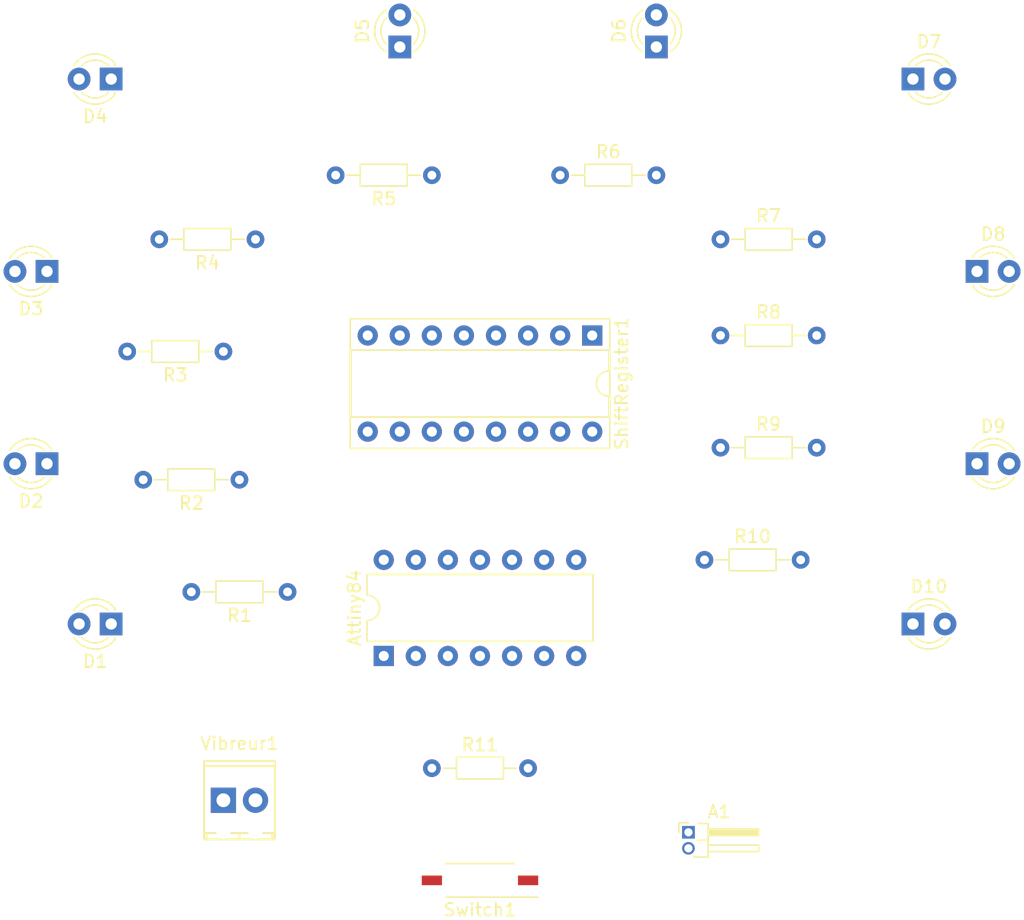
<source format=kicad_pcb>
(kicad_pcb (version 4) (host pcbnew 4.0.7)

  (general
    (links 45)
    (no_connects 45)
    (area 83.704999 44.325 195.695001 135.015)
    (thickness 1.6)
    (drawings 0)
    (tracks 0)
    (zones 0)
    (modules 26)
    (nets 34)
  )

  (page A4)
  (layers
    (0 F.Cu signal)
    (31 B.Cu signal)
    (32 B.Adhes user)
    (33 F.Adhes user)
    (34 B.Paste user)
    (35 F.Paste user)
    (36 B.SilkS user)
    (37 F.SilkS user)
    (38 B.Mask user)
    (39 F.Mask user)
    (40 Dwgs.User user)
    (41 Cmts.User user)
    (42 Eco1.User user)
    (43 Eco2.User user)
    (44 Edge.Cuts user)
    (45 Margin user)
    (46 B.CrtYd user)
    (47 F.CrtYd user)
    (48 B.Fab user)
    (49 F.Fab user)
  )

  (setup
    (last_trace_width 0.25)
    (trace_clearance 0.2)
    (zone_clearance 0.508)
    (zone_45_only no)
    (trace_min 0.2)
    (segment_width 0.2)
    (edge_width 0.15)
    (via_size 0.6)
    (via_drill 0.4)
    (via_min_size 0.4)
    (via_min_drill 0.3)
    (uvia_size 0.3)
    (uvia_drill 0.1)
    (uvias_allowed no)
    (uvia_min_size 0.2)
    (uvia_min_drill 0.1)
    (pcb_text_width 0.3)
    (pcb_text_size 1.5 1.5)
    (mod_edge_width 0.15)
    (mod_text_size 1 1)
    (mod_text_width 0.15)
    (pad_size 1.524 1.524)
    (pad_drill 0.762)
    (pad_to_mask_clearance 0.2)
    (aux_axis_origin 114.3 134.62)
    (visible_elements FFFFF77F)
    (pcbplotparams
      (layerselection 0x00030_80000001)
      (usegerberextensions false)
      (excludeedgelayer true)
      (linewidth 0.100000)
      (plotframeref false)
      (viasonmask false)
      (mode 1)
      (useauxorigin false)
      (hpglpennumber 1)
      (hpglpenspeed 20)
      (hpglpendiameter 15)
      (hpglpenoverlay 2)
      (psnegative false)
      (psa4output false)
      (plotreference true)
      (plotvalue true)
      (plotinvisibletext false)
      (padsonsilk false)
      (subtractmaskfromsilk false)
      (outputformat 1)
      (mirror false)
      (drillshape 1)
      (scaleselection 1)
      (outputdirectory ""))
  )

  (net 0 "")
  (net 1 GND)
  (net 2 VCC)
  (net 3 "Net-(Attiny84-Pad8)")
  (net 4 "Net-(Attiny84-Pad2)")
  (net 5 "Net-(Attiny84-Pad9)")
  (net 6 "Net-(Attiny84-Pad3)")
  (net 7 "Net-(Attiny84-Pad10)")
  (net 8 "Net-(Attiny84-Pad4)")
  (net 9 /switch)
  (net 10 "Net-(Attiny84-Pad5)")
  (net 11 "Net-(Attiny84-Pad12)")
  (net 12 "Net-(Attiny84-Pad6)")
  (net 13 "Net-(Attiny84-Pad13)")
  (net 14 "Net-(Attiny84-Pad7)")
  (net 15 "Net-(D1-Pad1)")
  (net 16 "Net-(D2-Pad1)")
  (net 17 "Net-(D3-Pad1)")
  (net 18 "Net-(D4-Pad1)")
  (net 19 "Net-(D5-Pad1)")
  (net 20 "Net-(D6-Pad1)")
  (net 21 "Net-(D7-Pad1)")
  (net 22 "Net-(D8-Pad1)")
  (net 23 "Net-(D9-Pad1)")
  (net 24 "Net-(D10-Pad1)")
  (net 25 "Net-(R1-Pad1)")
  (net 26 "Net-(R2-Pad1)")
  (net 27 "Net-(R3-Pad1)")
  (net 28 "Net-(R4-Pad1)")
  (net 29 "Net-(R5-Pad1)")
  (net 30 "Net-(R6-Pad1)")
  (net 31 "Net-(R7-Pad1)")
  (net 32 "Net-(R8-Pad1)")
  (net 33 "Net-(ShiftRegister1-Pad9)")

  (net_class Default "Ceci est la Netclass par défaut"
    (clearance 0.2)
    (trace_width 0.25)
    (via_dia 0.6)
    (via_drill 0.4)
    (uvia_dia 0.3)
    (uvia_drill 0.1)
    (add_net /switch)
    (add_net GND)
    (add_net "Net-(Attiny84-Pad10)")
    (add_net "Net-(Attiny84-Pad12)")
    (add_net "Net-(Attiny84-Pad13)")
    (add_net "Net-(Attiny84-Pad2)")
    (add_net "Net-(Attiny84-Pad3)")
    (add_net "Net-(Attiny84-Pad4)")
    (add_net "Net-(Attiny84-Pad5)")
    (add_net "Net-(Attiny84-Pad6)")
    (add_net "Net-(Attiny84-Pad7)")
    (add_net "Net-(Attiny84-Pad8)")
    (add_net "Net-(Attiny84-Pad9)")
    (add_net "Net-(D1-Pad1)")
    (add_net "Net-(D10-Pad1)")
    (add_net "Net-(D2-Pad1)")
    (add_net "Net-(D3-Pad1)")
    (add_net "Net-(D4-Pad1)")
    (add_net "Net-(D5-Pad1)")
    (add_net "Net-(D6-Pad1)")
    (add_net "Net-(D7-Pad1)")
    (add_net "Net-(D8-Pad1)")
    (add_net "Net-(D9-Pad1)")
    (add_net "Net-(R1-Pad1)")
    (add_net "Net-(R2-Pad1)")
    (add_net "Net-(R3-Pad1)")
    (add_net "Net-(R4-Pad1)")
    (add_net "Net-(R5-Pad1)")
    (add_net "Net-(R6-Pad1)")
    (add_net "Net-(R7-Pad1)")
    (add_net "Net-(R8-Pad1)")
    (add_net "Net-(ShiftRegister1-Pad9)")
    (add_net VCC)
  )

  (module Pin_Headers:Pin_Header_Angled_1x02_Pitch1.27mm (layer F.Cu) (tedit 59650535) (tstamp 5AA993AC)
    (at 156.21 120.65)
    (descr "Through hole angled pin header, 1x02, 1.27mm pitch, 4.0mm pin length, single row")
    (tags "Through hole angled pin header THT 1x02 1.27mm single row")
    (path /5AA9F167)
    (fp_text reference A1 (at 2.4325 -1.635) (layer F.SilkS)
      (effects (font (size 1 1) (thickness 0.15)))
    )
    (fp_text value Alimentation (at 2.4325 2.905) (layer F.Fab)
      (effects (font (size 1 1) (thickness 0.15)))
    )
    (fp_line (start 0.75 -0.635) (end 1.5 -0.635) (layer F.Fab) (width 0.1))
    (fp_line (start 1.5 -0.635) (end 1.5 1.905) (layer F.Fab) (width 0.1))
    (fp_line (start 1.5 1.905) (end 0.5 1.905) (layer F.Fab) (width 0.1))
    (fp_line (start 0.5 1.905) (end 0.5 -0.385) (layer F.Fab) (width 0.1))
    (fp_line (start 0.5 -0.385) (end 0.75 -0.635) (layer F.Fab) (width 0.1))
    (fp_line (start -0.2 -0.2) (end 0.5 -0.2) (layer F.Fab) (width 0.1))
    (fp_line (start -0.2 -0.2) (end -0.2 0.2) (layer F.Fab) (width 0.1))
    (fp_line (start -0.2 0.2) (end 0.5 0.2) (layer F.Fab) (width 0.1))
    (fp_line (start 1.5 -0.2) (end 5.5 -0.2) (layer F.Fab) (width 0.1))
    (fp_line (start 5.5 -0.2) (end 5.5 0.2) (layer F.Fab) (width 0.1))
    (fp_line (start 1.5 0.2) (end 5.5 0.2) (layer F.Fab) (width 0.1))
    (fp_line (start -0.2 1.07) (end 0.5 1.07) (layer F.Fab) (width 0.1))
    (fp_line (start -0.2 1.07) (end -0.2 1.47) (layer F.Fab) (width 0.1))
    (fp_line (start -0.2 1.47) (end 0.5 1.47) (layer F.Fab) (width 0.1))
    (fp_line (start 1.5 1.07) (end 5.5 1.07) (layer F.Fab) (width 0.1))
    (fp_line (start 5.5 1.07) (end 5.5 1.47) (layer F.Fab) (width 0.1))
    (fp_line (start 1.5 1.47) (end 5.5 1.47) (layer F.Fab) (width 0.1))
    (fp_line (start 0.76 -0.695) (end 1.56 -0.695) (layer F.SilkS) (width 0.12))
    (fp_line (start 1.56 -0.695) (end 1.56 1.965) (layer F.SilkS) (width 0.12))
    (fp_line (start 1.56 1.965) (end 0.44 1.965) (layer F.SilkS) (width 0.12))
    (fp_line (start 0.44 1.965) (end 0.44 1.889677) (layer F.SilkS) (width 0.12))
    (fp_line (start 1.56 -0.26) (end 5.56 -0.26) (layer F.SilkS) (width 0.12))
    (fp_line (start 5.56 -0.26) (end 5.56 0.26) (layer F.SilkS) (width 0.12))
    (fp_line (start 5.56 0.26) (end 1.56 0.26) (layer F.SilkS) (width 0.12))
    (fp_line (start 1.56 -0.2) (end 5.56 -0.2) (layer F.SilkS) (width 0.12))
    (fp_line (start 1.56 -0.08) (end 5.56 -0.08) (layer F.SilkS) (width 0.12))
    (fp_line (start 1.56 0.04) (end 5.56 0.04) (layer F.SilkS) (width 0.12))
    (fp_line (start 1.56 0.16) (end 5.56 0.16) (layer F.SilkS) (width 0.12))
    (fp_line (start 0.76 0.635) (end 1.56 0.635) (layer F.SilkS) (width 0.12))
    (fp_line (start 1.56 1.01) (end 5.56 1.01) (layer F.SilkS) (width 0.12))
    (fp_line (start 5.56 1.01) (end 5.56 1.53) (layer F.SilkS) (width 0.12))
    (fp_line (start 5.56 1.53) (end 1.56 1.53) (layer F.SilkS) (width 0.12))
    (fp_line (start -0.76 0) (end -0.76 -0.76) (layer F.SilkS) (width 0.12))
    (fp_line (start -0.76 -0.76) (end 0 -0.76) (layer F.SilkS) (width 0.12))
    (fp_line (start -1.15 -1.15) (end -1.15 2.45) (layer F.CrtYd) (width 0.05))
    (fp_line (start -1.15 2.45) (end 6 2.45) (layer F.CrtYd) (width 0.05))
    (fp_line (start 6 2.45) (end 6 -1.15) (layer F.CrtYd) (width 0.05))
    (fp_line (start 6 -1.15) (end -1.15 -1.15) (layer F.CrtYd) (width 0.05))
    (fp_text user %R (at 1 0.635 90) (layer F.Fab)
      (effects (font (size 0.6 0.6) (thickness 0.09)))
    )
    (pad 1 thru_hole rect (at 0 0) (size 1 1) (drill 0.65) (layers *.Cu *.Mask)
      (net 1 GND))
    (pad 2 thru_hole oval (at 0 1.27) (size 1 1) (drill 0.65) (layers *.Cu *.Mask)
      (net 2 VCC))
    (model ${KISYS3DMOD}/Pin_Headers.3dshapes/Pin_Header_Angled_1x02_Pitch1.27mm.wrl
      (at (xyz 0 0 0))
      (scale (xyz 1 1 1))
      (rotate (xyz 0 0 0))
    )
  )

  (module Housings_DIP:DIP-14_W7.62mm (layer F.Cu) (tedit 59C78D6B) (tstamp 5AA993BE)
    (at 132.08 106.68 90)
    (descr "14-lead though-hole mounted DIP package, row spacing 7.62 mm (300 mils)")
    (tags "THT DIP DIL PDIP 2.54mm 7.62mm 300mil")
    (path /5A9CAF96)
    (fp_text reference Attiny84 (at 3.81 -2.33 90) (layer F.SilkS)
      (effects (font (size 1 1) (thickness 0.15)))
    )
    (fp_text value ATTINY84A-PU (at 3.81 17.57 90) (layer F.Fab)
      (effects (font (size 1 1) (thickness 0.15)))
    )
    (fp_arc (start 3.81 -1.33) (end 2.81 -1.33) (angle -180) (layer F.SilkS) (width 0.12))
    (fp_line (start 1.635 -1.27) (end 6.985 -1.27) (layer F.Fab) (width 0.1))
    (fp_line (start 6.985 -1.27) (end 6.985 16.51) (layer F.Fab) (width 0.1))
    (fp_line (start 6.985 16.51) (end 0.635 16.51) (layer F.Fab) (width 0.1))
    (fp_line (start 0.635 16.51) (end 0.635 -0.27) (layer F.Fab) (width 0.1))
    (fp_line (start 0.635 -0.27) (end 1.635 -1.27) (layer F.Fab) (width 0.1))
    (fp_line (start 2.81 -1.33) (end 1.16 -1.33) (layer F.SilkS) (width 0.12))
    (fp_line (start 1.16 -1.33) (end 1.16 16.57) (layer F.SilkS) (width 0.12))
    (fp_line (start 1.16 16.57) (end 6.46 16.57) (layer F.SilkS) (width 0.12))
    (fp_line (start 6.46 16.57) (end 6.46 -1.33) (layer F.SilkS) (width 0.12))
    (fp_line (start 6.46 -1.33) (end 4.81 -1.33) (layer F.SilkS) (width 0.12))
    (fp_line (start -1.1 -1.55) (end -1.1 16.8) (layer F.CrtYd) (width 0.05))
    (fp_line (start -1.1 16.8) (end 8.7 16.8) (layer F.CrtYd) (width 0.05))
    (fp_line (start 8.7 16.8) (end 8.7 -1.55) (layer F.CrtYd) (width 0.05))
    (fp_line (start 8.7 -1.55) (end -1.1 -1.55) (layer F.CrtYd) (width 0.05))
    (fp_text user %R (at 3.81 7.62 90) (layer F.Fab)
      (effects (font (size 1 1) (thickness 0.15)))
    )
    (pad 1 thru_hole rect (at 0 0 90) (size 1.6 1.6) (drill 0.8) (layers *.Cu *.Mask)
      (net 2 VCC))
    (pad 8 thru_hole oval (at 7.62 15.24 90) (size 1.6 1.6) (drill 0.8) (layers *.Cu *.Mask)
      (net 3 "Net-(Attiny84-Pad8)"))
    (pad 2 thru_hole oval (at 0 2.54 90) (size 1.6 1.6) (drill 0.8) (layers *.Cu *.Mask)
      (net 4 "Net-(Attiny84-Pad2)"))
    (pad 9 thru_hole oval (at 7.62 12.7 90) (size 1.6 1.6) (drill 0.8) (layers *.Cu *.Mask)
      (net 5 "Net-(Attiny84-Pad9)"))
    (pad 3 thru_hole oval (at 0 5.08 90) (size 1.6 1.6) (drill 0.8) (layers *.Cu *.Mask)
      (net 6 "Net-(Attiny84-Pad3)"))
    (pad 10 thru_hole oval (at 7.62 10.16 90) (size 1.6 1.6) (drill 0.8) (layers *.Cu *.Mask)
      (net 7 "Net-(Attiny84-Pad10)"))
    (pad 4 thru_hole oval (at 0 7.62 90) (size 1.6 1.6) (drill 0.8) (layers *.Cu *.Mask)
      (net 8 "Net-(Attiny84-Pad4)"))
    (pad 11 thru_hole oval (at 7.62 7.62 90) (size 1.6 1.6) (drill 0.8) (layers *.Cu *.Mask)
      (net 9 /switch))
    (pad 5 thru_hole oval (at 0 10.16 90) (size 1.6 1.6) (drill 0.8) (layers *.Cu *.Mask)
      (net 10 "Net-(Attiny84-Pad5)"))
    (pad 12 thru_hole oval (at 7.62 5.08 90) (size 1.6 1.6) (drill 0.8) (layers *.Cu *.Mask)
      (net 11 "Net-(Attiny84-Pad12)"))
    (pad 6 thru_hole oval (at 0 12.7 90) (size 1.6 1.6) (drill 0.8) (layers *.Cu *.Mask)
      (net 12 "Net-(Attiny84-Pad6)"))
    (pad 13 thru_hole oval (at 7.62 2.54 90) (size 1.6 1.6) (drill 0.8) (layers *.Cu *.Mask)
      (net 13 "Net-(Attiny84-Pad13)"))
    (pad 7 thru_hole oval (at 0 15.24 90) (size 1.6 1.6) (drill 0.8) (layers *.Cu *.Mask)
      (net 14 "Net-(Attiny84-Pad7)"))
    (pad 14 thru_hole oval (at 7.62 0 90) (size 1.6 1.6) (drill 0.8) (layers *.Cu *.Mask)
      (net 1 GND))
    (model ${KISYS3DMOD}/Housings_DIP.3dshapes/DIP-14_W7.62mm.wrl
      (at (xyz 0 0 0))
      (scale (xyz 1 1 1))
      (rotate (xyz 0 0 0))
    )
  )

  (module LEDs:LED_D3.0mm (layer F.Cu) (tedit 587A3A7B) (tstamp 5AA993C4)
    (at 110.49 104.14 180)
    (descr "LED, diameter 3.0mm, 2 pins")
    (tags "LED diameter 3.0mm 2 pins")
    (path /5A9CBF3D)
    (fp_text reference D1 (at 1.27 -2.96 180) (layer F.SilkS)
      (effects (font (size 1 1) (thickness 0.15)))
    )
    (fp_text value LED (at 1.27 2.96 180) (layer F.Fab)
      (effects (font (size 1 1) (thickness 0.15)))
    )
    (fp_arc (start 1.27 0) (end -0.23 -1.16619) (angle 284.3) (layer F.Fab) (width 0.1))
    (fp_arc (start 1.27 0) (end -0.29 -1.235516) (angle 108.8) (layer F.SilkS) (width 0.12))
    (fp_arc (start 1.27 0) (end -0.29 1.235516) (angle -108.8) (layer F.SilkS) (width 0.12))
    (fp_arc (start 1.27 0) (end 0.229039 -1.08) (angle 87.9) (layer F.SilkS) (width 0.12))
    (fp_arc (start 1.27 0) (end 0.229039 1.08) (angle -87.9) (layer F.SilkS) (width 0.12))
    (fp_circle (center 1.27 0) (end 2.77 0) (layer F.Fab) (width 0.1))
    (fp_line (start -0.23 -1.16619) (end -0.23 1.16619) (layer F.Fab) (width 0.1))
    (fp_line (start -0.29 -1.236) (end -0.29 -1.08) (layer F.SilkS) (width 0.12))
    (fp_line (start -0.29 1.08) (end -0.29 1.236) (layer F.SilkS) (width 0.12))
    (fp_line (start -1.15 -2.25) (end -1.15 2.25) (layer F.CrtYd) (width 0.05))
    (fp_line (start -1.15 2.25) (end 3.7 2.25) (layer F.CrtYd) (width 0.05))
    (fp_line (start 3.7 2.25) (end 3.7 -2.25) (layer F.CrtYd) (width 0.05))
    (fp_line (start 3.7 -2.25) (end -1.15 -2.25) (layer F.CrtYd) (width 0.05))
    (pad 1 thru_hole rect (at 0 0 180) (size 1.8 1.8) (drill 0.9) (layers *.Cu *.Mask)
      (net 15 "Net-(D1-Pad1)"))
    (pad 2 thru_hole circle (at 2.54 0 180) (size 1.8 1.8) (drill 0.9) (layers *.Cu *.Mask)
      (net 1 GND))
    (model ${KISYS3DMOD}/LEDs.3dshapes/LED_D3.0mm.wrl
      (at (xyz 0 0 0))
      (scale (xyz 0.393701 0.393701 0.393701))
      (rotate (xyz 0 0 0))
    )
  )

  (module LEDs:LED_D3.0mm (layer F.Cu) (tedit 587A3A7B) (tstamp 5AA993CA)
    (at 105.41 91.44 180)
    (descr "LED, diameter 3.0mm, 2 pins")
    (tags "LED diameter 3.0mm 2 pins")
    (path /5A9CC3E9)
    (fp_text reference D2 (at 1.27 -2.96 180) (layer F.SilkS)
      (effects (font (size 1 1) (thickness 0.15)))
    )
    (fp_text value LED (at 1.27 2.96 180) (layer F.Fab)
      (effects (font (size 1 1) (thickness 0.15)))
    )
    (fp_arc (start 1.27 0) (end -0.23 -1.16619) (angle 284.3) (layer F.Fab) (width 0.1))
    (fp_arc (start 1.27 0) (end -0.29 -1.235516) (angle 108.8) (layer F.SilkS) (width 0.12))
    (fp_arc (start 1.27 0) (end -0.29 1.235516) (angle -108.8) (layer F.SilkS) (width 0.12))
    (fp_arc (start 1.27 0) (end 0.229039 -1.08) (angle 87.9) (layer F.SilkS) (width 0.12))
    (fp_arc (start 1.27 0) (end 0.229039 1.08) (angle -87.9) (layer F.SilkS) (width 0.12))
    (fp_circle (center 1.27 0) (end 2.77 0) (layer F.Fab) (width 0.1))
    (fp_line (start -0.23 -1.16619) (end -0.23 1.16619) (layer F.Fab) (width 0.1))
    (fp_line (start -0.29 -1.236) (end -0.29 -1.08) (layer F.SilkS) (width 0.12))
    (fp_line (start -0.29 1.08) (end -0.29 1.236) (layer F.SilkS) (width 0.12))
    (fp_line (start -1.15 -2.25) (end -1.15 2.25) (layer F.CrtYd) (width 0.05))
    (fp_line (start -1.15 2.25) (end 3.7 2.25) (layer F.CrtYd) (width 0.05))
    (fp_line (start 3.7 2.25) (end 3.7 -2.25) (layer F.CrtYd) (width 0.05))
    (fp_line (start 3.7 -2.25) (end -1.15 -2.25) (layer F.CrtYd) (width 0.05))
    (pad 1 thru_hole rect (at 0 0 180) (size 1.8 1.8) (drill 0.9) (layers *.Cu *.Mask)
      (net 16 "Net-(D2-Pad1)"))
    (pad 2 thru_hole circle (at 2.54 0 180) (size 1.8 1.8) (drill 0.9) (layers *.Cu *.Mask)
      (net 1 GND))
    (model ${KISYS3DMOD}/LEDs.3dshapes/LED_D3.0mm.wrl
      (at (xyz 0 0 0))
      (scale (xyz 0.393701 0.393701 0.393701))
      (rotate (xyz 0 0 0))
    )
  )

  (module LEDs:LED_D3.0mm (layer F.Cu) (tedit 587A3A7B) (tstamp 5AA993D0)
    (at 105.41 76.2 180)
    (descr "LED, diameter 3.0mm, 2 pins")
    (tags "LED diameter 3.0mm 2 pins")
    (path /5A9CBEB1)
    (fp_text reference D3 (at 1.27 -2.96 180) (layer F.SilkS)
      (effects (font (size 1 1) (thickness 0.15)))
    )
    (fp_text value LED (at 1.27 2.96 180) (layer F.Fab)
      (effects (font (size 1 1) (thickness 0.15)))
    )
    (fp_arc (start 1.27 0) (end -0.23 -1.16619) (angle 284.3) (layer F.Fab) (width 0.1))
    (fp_arc (start 1.27 0) (end -0.29 -1.235516) (angle 108.8) (layer F.SilkS) (width 0.12))
    (fp_arc (start 1.27 0) (end -0.29 1.235516) (angle -108.8) (layer F.SilkS) (width 0.12))
    (fp_arc (start 1.27 0) (end 0.229039 -1.08) (angle 87.9) (layer F.SilkS) (width 0.12))
    (fp_arc (start 1.27 0) (end 0.229039 1.08) (angle -87.9) (layer F.SilkS) (width 0.12))
    (fp_circle (center 1.27 0) (end 2.77 0) (layer F.Fab) (width 0.1))
    (fp_line (start -0.23 -1.16619) (end -0.23 1.16619) (layer F.Fab) (width 0.1))
    (fp_line (start -0.29 -1.236) (end -0.29 -1.08) (layer F.SilkS) (width 0.12))
    (fp_line (start -0.29 1.08) (end -0.29 1.236) (layer F.SilkS) (width 0.12))
    (fp_line (start -1.15 -2.25) (end -1.15 2.25) (layer F.CrtYd) (width 0.05))
    (fp_line (start -1.15 2.25) (end 3.7 2.25) (layer F.CrtYd) (width 0.05))
    (fp_line (start 3.7 2.25) (end 3.7 -2.25) (layer F.CrtYd) (width 0.05))
    (fp_line (start 3.7 -2.25) (end -1.15 -2.25) (layer F.CrtYd) (width 0.05))
    (pad 1 thru_hole rect (at 0 0 180) (size 1.8 1.8) (drill 0.9) (layers *.Cu *.Mask)
      (net 17 "Net-(D3-Pad1)"))
    (pad 2 thru_hole circle (at 2.54 0 180) (size 1.8 1.8) (drill 0.9) (layers *.Cu *.Mask)
      (net 1 GND))
    (model ${KISYS3DMOD}/LEDs.3dshapes/LED_D3.0mm.wrl
      (at (xyz 0 0 0))
      (scale (xyz 0.393701 0.393701 0.393701))
      (rotate (xyz 0 0 0))
    )
  )

  (module LEDs:LED_D3.0mm (layer F.Cu) (tedit 587A3A7B) (tstamp 5AA993D6)
    (at 110.49 60.96 180)
    (descr "LED, diameter 3.0mm, 2 pins")
    (tags "LED diameter 3.0mm 2 pins")
    (path /5A9CBE6A)
    (fp_text reference D4 (at 1.27 -2.96 180) (layer F.SilkS)
      (effects (font (size 1 1) (thickness 0.15)))
    )
    (fp_text value LED (at 1.27 2.96 180) (layer F.Fab)
      (effects (font (size 1 1) (thickness 0.15)))
    )
    (fp_arc (start 1.27 0) (end -0.23 -1.16619) (angle 284.3) (layer F.Fab) (width 0.1))
    (fp_arc (start 1.27 0) (end -0.29 -1.235516) (angle 108.8) (layer F.SilkS) (width 0.12))
    (fp_arc (start 1.27 0) (end -0.29 1.235516) (angle -108.8) (layer F.SilkS) (width 0.12))
    (fp_arc (start 1.27 0) (end 0.229039 -1.08) (angle 87.9) (layer F.SilkS) (width 0.12))
    (fp_arc (start 1.27 0) (end 0.229039 1.08) (angle -87.9) (layer F.SilkS) (width 0.12))
    (fp_circle (center 1.27 0) (end 2.77 0) (layer F.Fab) (width 0.1))
    (fp_line (start -0.23 -1.16619) (end -0.23 1.16619) (layer F.Fab) (width 0.1))
    (fp_line (start -0.29 -1.236) (end -0.29 -1.08) (layer F.SilkS) (width 0.12))
    (fp_line (start -0.29 1.08) (end -0.29 1.236) (layer F.SilkS) (width 0.12))
    (fp_line (start -1.15 -2.25) (end -1.15 2.25) (layer F.CrtYd) (width 0.05))
    (fp_line (start -1.15 2.25) (end 3.7 2.25) (layer F.CrtYd) (width 0.05))
    (fp_line (start 3.7 2.25) (end 3.7 -2.25) (layer F.CrtYd) (width 0.05))
    (fp_line (start 3.7 -2.25) (end -1.15 -2.25) (layer F.CrtYd) (width 0.05))
    (pad 1 thru_hole rect (at 0 0 180) (size 1.8 1.8) (drill 0.9) (layers *.Cu *.Mask)
      (net 18 "Net-(D4-Pad1)"))
    (pad 2 thru_hole circle (at 2.54 0 180) (size 1.8 1.8) (drill 0.9) (layers *.Cu *.Mask)
      (net 1 GND))
    (model ${KISYS3DMOD}/LEDs.3dshapes/LED_D3.0mm.wrl
      (at (xyz 0 0 0))
      (scale (xyz 0.393701 0.393701 0.393701))
      (rotate (xyz 0 0 0))
    )
  )

  (module LEDs:LED_D3.0mm (layer F.Cu) (tedit 587A3A7B) (tstamp 5AA993DC)
    (at 133.35 58.42 90)
    (descr "LED, diameter 3.0mm, 2 pins")
    (tags "LED diameter 3.0mm 2 pins")
    (path /5A9CC3DD)
    (fp_text reference D5 (at 1.27 -2.96 90) (layer F.SilkS)
      (effects (font (size 1 1) (thickness 0.15)))
    )
    (fp_text value LED (at 1.27 2.96 90) (layer F.Fab)
      (effects (font (size 1 1) (thickness 0.15)))
    )
    (fp_arc (start 1.27 0) (end -0.23 -1.16619) (angle 284.3) (layer F.Fab) (width 0.1))
    (fp_arc (start 1.27 0) (end -0.29 -1.235516) (angle 108.8) (layer F.SilkS) (width 0.12))
    (fp_arc (start 1.27 0) (end -0.29 1.235516) (angle -108.8) (layer F.SilkS) (width 0.12))
    (fp_arc (start 1.27 0) (end 0.229039 -1.08) (angle 87.9) (layer F.SilkS) (width 0.12))
    (fp_arc (start 1.27 0) (end 0.229039 1.08) (angle -87.9) (layer F.SilkS) (width 0.12))
    (fp_circle (center 1.27 0) (end 2.77 0) (layer F.Fab) (width 0.1))
    (fp_line (start -0.23 -1.16619) (end -0.23 1.16619) (layer F.Fab) (width 0.1))
    (fp_line (start -0.29 -1.236) (end -0.29 -1.08) (layer F.SilkS) (width 0.12))
    (fp_line (start -0.29 1.08) (end -0.29 1.236) (layer F.SilkS) (width 0.12))
    (fp_line (start -1.15 -2.25) (end -1.15 2.25) (layer F.CrtYd) (width 0.05))
    (fp_line (start -1.15 2.25) (end 3.7 2.25) (layer F.CrtYd) (width 0.05))
    (fp_line (start 3.7 2.25) (end 3.7 -2.25) (layer F.CrtYd) (width 0.05))
    (fp_line (start 3.7 -2.25) (end -1.15 -2.25) (layer F.CrtYd) (width 0.05))
    (pad 1 thru_hole rect (at 0 0 90) (size 1.8 1.8) (drill 0.9) (layers *.Cu *.Mask)
      (net 19 "Net-(D5-Pad1)"))
    (pad 2 thru_hole circle (at 2.54 0 90) (size 1.8 1.8) (drill 0.9) (layers *.Cu *.Mask)
      (net 1 GND))
    (model ${KISYS3DMOD}/LEDs.3dshapes/LED_D3.0mm.wrl
      (at (xyz 0 0 0))
      (scale (xyz 0.393701 0.393701 0.393701))
      (rotate (xyz 0 0 0))
    )
  )

  (module LEDs:LED_D3.0mm (layer F.Cu) (tedit 587A3A7B) (tstamp 5AA993E2)
    (at 153.67 58.42 90)
    (descr "LED, diameter 3.0mm, 2 pins")
    (tags "LED diameter 3.0mm 2 pins")
    (path /5A9CBADA)
    (fp_text reference D6 (at 1.27 -2.96 90) (layer F.SilkS)
      (effects (font (size 1 1) (thickness 0.15)))
    )
    (fp_text value LED (at 1.27 2.96 90) (layer F.Fab)
      (effects (font (size 1 1) (thickness 0.15)))
    )
    (fp_arc (start 1.27 0) (end -0.23 -1.16619) (angle 284.3) (layer F.Fab) (width 0.1))
    (fp_arc (start 1.27 0) (end -0.29 -1.235516) (angle 108.8) (layer F.SilkS) (width 0.12))
    (fp_arc (start 1.27 0) (end -0.29 1.235516) (angle -108.8) (layer F.SilkS) (width 0.12))
    (fp_arc (start 1.27 0) (end 0.229039 -1.08) (angle 87.9) (layer F.SilkS) (width 0.12))
    (fp_arc (start 1.27 0) (end 0.229039 1.08) (angle -87.9) (layer F.SilkS) (width 0.12))
    (fp_circle (center 1.27 0) (end 2.77 0) (layer F.Fab) (width 0.1))
    (fp_line (start -0.23 -1.16619) (end -0.23 1.16619) (layer F.Fab) (width 0.1))
    (fp_line (start -0.29 -1.236) (end -0.29 -1.08) (layer F.SilkS) (width 0.12))
    (fp_line (start -0.29 1.08) (end -0.29 1.236) (layer F.SilkS) (width 0.12))
    (fp_line (start -1.15 -2.25) (end -1.15 2.25) (layer F.CrtYd) (width 0.05))
    (fp_line (start -1.15 2.25) (end 3.7 2.25) (layer F.CrtYd) (width 0.05))
    (fp_line (start 3.7 2.25) (end 3.7 -2.25) (layer F.CrtYd) (width 0.05))
    (fp_line (start 3.7 -2.25) (end -1.15 -2.25) (layer F.CrtYd) (width 0.05))
    (pad 1 thru_hole rect (at 0 0 90) (size 1.8 1.8) (drill 0.9) (layers *.Cu *.Mask)
      (net 20 "Net-(D6-Pad1)"))
    (pad 2 thru_hole circle (at 2.54 0 90) (size 1.8 1.8) (drill 0.9) (layers *.Cu *.Mask)
      (net 1 GND))
    (model ${KISYS3DMOD}/LEDs.3dshapes/LED_D3.0mm.wrl
      (at (xyz 0 0 0))
      (scale (xyz 0.393701 0.393701 0.393701))
      (rotate (xyz 0 0 0))
    )
  )

  (module LEDs:LED_D3.0mm (layer F.Cu) (tedit 587A3A7B) (tstamp 5AA993E8)
    (at 173.99 60.96)
    (descr "LED, diameter 3.0mm, 2 pins")
    (tags "LED diameter 3.0mm 2 pins")
    (path /5A9CC3D7)
    (fp_text reference D7 (at 1.27 -2.96) (layer F.SilkS)
      (effects (font (size 1 1) (thickness 0.15)))
    )
    (fp_text value LED (at 1.27 2.96) (layer F.Fab)
      (effects (font (size 1 1) (thickness 0.15)))
    )
    (fp_arc (start 1.27 0) (end -0.23 -1.16619) (angle 284.3) (layer F.Fab) (width 0.1))
    (fp_arc (start 1.27 0) (end -0.29 -1.235516) (angle 108.8) (layer F.SilkS) (width 0.12))
    (fp_arc (start 1.27 0) (end -0.29 1.235516) (angle -108.8) (layer F.SilkS) (width 0.12))
    (fp_arc (start 1.27 0) (end 0.229039 -1.08) (angle 87.9) (layer F.SilkS) (width 0.12))
    (fp_arc (start 1.27 0) (end 0.229039 1.08) (angle -87.9) (layer F.SilkS) (width 0.12))
    (fp_circle (center 1.27 0) (end 2.77 0) (layer F.Fab) (width 0.1))
    (fp_line (start -0.23 -1.16619) (end -0.23 1.16619) (layer F.Fab) (width 0.1))
    (fp_line (start -0.29 -1.236) (end -0.29 -1.08) (layer F.SilkS) (width 0.12))
    (fp_line (start -0.29 1.08) (end -0.29 1.236) (layer F.SilkS) (width 0.12))
    (fp_line (start -1.15 -2.25) (end -1.15 2.25) (layer F.CrtYd) (width 0.05))
    (fp_line (start -1.15 2.25) (end 3.7 2.25) (layer F.CrtYd) (width 0.05))
    (fp_line (start 3.7 2.25) (end 3.7 -2.25) (layer F.CrtYd) (width 0.05))
    (fp_line (start 3.7 -2.25) (end -1.15 -2.25) (layer F.CrtYd) (width 0.05))
    (pad 1 thru_hole rect (at 0 0) (size 1.8 1.8) (drill 0.9) (layers *.Cu *.Mask)
      (net 21 "Net-(D7-Pad1)"))
    (pad 2 thru_hole circle (at 2.54 0) (size 1.8 1.8) (drill 0.9) (layers *.Cu *.Mask)
      (net 1 GND))
    (model ${KISYS3DMOD}/LEDs.3dshapes/LED_D3.0mm.wrl
      (at (xyz 0 0 0))
      (scale (xyz 0.393701 0.393701 0.393701))
      (rotate (xyz 0 0 0))
    )
  )

  (module LEDs:LED_D3.0mm (layer F.Cu) (tedit 587A3A7B) (tstamp 5AA993EE)
    (at 179.07 76.2)
    (descr "LED, diameter 3.0mm, 2 pins")
    (tags "LED diameter 3.0mm 2 pins")
    (path /5A9CC3E3)
    (fp_text reference D8 (at 1.27 -2.96) (layer F.SilkS)
      (effects (font (size 1 1) (thickness 0.15)))
    )
    (fp_text value LED (at 1.27 2.96) (layer F.Fab)
      (effects (font (size 1 1) (thickness 0.15)))
    )
    (fp_arc (start 1.27 0) (end -0.23 -1.16619) (angle 284.3) (layer F.Fab) (width 0.1))
    (fp_arc (start 1.27 0) (end -0.29 -1.235516) (angle 108.8) (layer F.SilkS) (width 0.12))
    (fp_arc (start 1.27 0) (end -0.29 1.235516) (angle -108.8) (layer F.SilkS) (width 0.12))
    (fp_arc (start 1.27 0) (end 0.229039 -1.08) (angle 87.9) (layer F.SilkS) (width 0.12))
    (fp_arc (start 1.27 0) (end 0.229039 1.08) (angle -87.9) (layer F.SilkS) (width 0.12))
    (fp_circle (center 1.27 0) (end 2.77 0) (layer F.Fab) (width 0.1))
    (fp_line (start -0.23 -1.16619) (end -0.23 1.16619) (layer F.Fab) (width 0.1))
    (fp_line (start -0.29 -1.236) (end -0.29 -1.08) (layer F.SilkS) (width 0.12))
    (fp_line (start -0.29 1.08) (end -0.29 1.236) (layer F.SilkS) (width 0.12))
    (fp_line (start -1.15 -2.25) (end -1.15 2.25) (layer F.CrtYd) (width 0.05))
    (fp_line (start -1.15 2.25) (end 3.7 2.25) (layer F.CrtYd) (width 0.05))
    (fp_line (start 3.7 2.25) (end 3.7 -2.25) (layer F.CrtYd) (width 0.05))
    (fp_line (start 3.7 -2.25) (end -1.15 -2.25) (layer F.CrtYd) (width 0.05))
    (pad 1 thru_hole rect (at 0 0) (size 1.8 1.8) (drill 0.9) (layers *.Cu *.Mask)
      (net 22 "Net-(D8-Pad1)"))
    (pad 2 thru_hole circle (at 2.54 0) (size 1.8 1.8) (drill 0.9) (layers *.Cu *.Mask)
      (net 1 GND))
    (model ${KISYS3DMOD}/LEDs.3dshapes/LED_D3.0mm.wrl
      (at (xyz 0 0 0))
      (scale (xyz 0.393701 0.393701 0.393701))
      (rotate (xyz 0 0 0))
    )
  )

  (module LEDs:LED_D3.0mm (layer F.Cu) (tedit 587A3A7B) (tstamp 5AA993F4)
    (at 179.07 91.44)
    (descr "LED, diameter 3.0mm, 2 pins")
    (tags "LED diameter 3.0mm 2 pins")
    (path /5A9CC8F6)
    (fp_text reference D9 (at 1.27 -2.96) (layer F.SilkS)
      (effects (font (size 1 1) (thickness 0.15)))
    )
    (fp_text value LED (at 1.27 2.96) (layer F.Fab)
      (effects (font (size 1 1) (thickness 0.15)))
    )
    (fp_arc (start 1.27 0) (end -0.23 -1.16619) (angle 284.3) (layer F.Fab) (width 0.1))
    (fp_arc (start 1.27 0) (end -0.29 -1.235516) (angle 108.8) (layer F.SilkS) (width 0.12))
    (fp_arc (start 1.27 0) (end -0.29 1.235516) (angle -108.8) (layer F.SilkS) (width 0.12))
    (fp_arc (start 1.27 0) (end 0.229039 -1.08) (angle 87.9) (layer F.SilkS) (width 0.12))
    (fp_arc (start 1.27 0) (end 0.229039 1.08) (angle -87.9) (layer F.SilkS) (width 0.12))
    (fp_circle (center 1.27 0) (end 2.77 0) (layer F.Fab) (width 0.1))
    (fp_line (start -0.23 -1.16619) (end -0.23 1.16619) (layer F.Fab) (width 0.1))
    (fp_line (start -0.29 -1.236) (end -0.29 -1.08) (layer F.SilkS) (width 0.12))
    (fp_line (start -0.29 1.08) (end -0.29 1.236) (layer F.SilkS) (width 0.12))
    (fp_line (start -1.15 -2.25) (end -1.15 2.25) (layer F.CrtYd) (width 0.05))
    (fp_line (start -1.15 2.25) (end 3.7 2.25) (layer F.CrtYd) (width 0.05))
    (fp_line (start 3.7 2.25) (end 3.7 -2.25) (layer F.CrtYd) (width 0.05))
    (fp_line (start 3.7 -2.25) (end -1.15 -2.25) (layer F.CrtYd) (width 0.05))
    (pad 1 thru_hole rect (at 0 0) (size 1.8 1.8) (drill 0.9) (layers *.Cu *.Mask)
      (net 23 "Net-(D9-Pad1)"))
    (pad 2 thru_hole circle (at 2.54 0) (size 1.8 1.8) (drill 0.9) (layers *.Cu *.Mask)
      (net 1 GND))
    (model ${KISYS3DMOD}/LEDs.3dshapes/LED_D3.0mm.wrl
      (at (xyz 0 0 0))
      (scale (xyz 0.393701 0.393701 0.393701))
      (rotate (xyz 0 0 0))
    )
  )

  (module LEDs:LED_D3.0mm (layer F.Cu) (tedit 587A3A7B) (tstamp 5AA993FA)
    (at 173.99 104.14)
    (descr "LED, diameter 3.0mm, 2 pins")
    (tags "LED diameter 3.0mm 2 pins")
    (path /5A9CC8F0)
    (fp_text reference D10 (at 1.27 -2.96) (layer F.SilkS)
      (effects (font (size 1 1) (thickness 0.15)))
    )
    (fp_text value LED (at 1.27 2.96) (layer F.Fab)
      (effects (font (size 1 1) (thickness 0.15)))
    )
    (fp_arc (start 1.27 0) (end -0.23 -1.16619) (angle 284.3) (layer F.Fab) (width 0.1))
    (fp_arc (start 1.27 0) (end -0.29 -1.235516) (angle 108.8) (layer F.SilkS) (width 0.12))
    (fp_arc (start 1.27 0) (end -0.29 1.235516) (angle -108.8) (layer F.SilkS) (width 0.12))
    (fp_arc (start 1.27 0) (end 0.229039 -1.08) (angle 87.9) (layer F.SilkS) (width 0.12))
    (fp_arc (start 1.27 0) (end 0.229039 1.08) (angle -87.9) (layer F.SilkS) (width 0.12))
    (fp_circle (center 1.27 0) (end 2.77 0) (layer F.Fab) (width 0.1))
    (fp_line (start -0.23 -1.16619) (end -0.23 1.16619) (layer F.Fab) (width 0.1))
    (fp_line (start -0.29 -1.236) (end -0.29 -1.08) (layer F.SilkS) (width 0.12))
    (fp_line (start -0.29 1.08) (end -0.29 1.236) (layer F.SilkS) (width 0.12))
    (fp_line (start -1.15 -2.25) (end -1.15 2.25) (layer F.CrtYd) (width 0.05))
    (fp_line (start -1.15 2.25) (end 3.7 2.25) (layer F.CrtYd) (width 0.05))
    (fp_line (start 3.7 2.25) (end 3.7 -2.25) (layer F.CrtYd) (width 0.05))
    (fp_line (start 3.7 -2.25) (end -1.15 -2.25) (layer F.CrtYd) (width 0.05))
    (pad 1 thru_hole rect (at 0 0) (size 1.8 1.8) (drill 0.9) (layers *.Cu *.Mask)
      (net 24 "Net-(D10-Pad1)"))
    (pad 2 thru_hole circle (at 2.54 0) (size 1.8 1.8) (drill 0.9) (layers *.Cu *.Mask)
      (net 1 GND))
    (model ${KISYS3DMOD}/LEDs.3dshapes/LED_D3.0mm.wrl
      (at (xyz 0 0 0))
      (scale (xyz 0.393701 0.393701 0.393701))
      (rotate (xyz 0 0 0))
    )
  )

  (module Resistors_THT:R_Axial_DIN0204_L3.6mm_D1.6mm_P7.62mm_Horizontal (layer F.Cu) (tedit 5874F706) (tstamp 5AA99400)
    (at 124.46 101.6 180)
    (descr "Resistor, Axial_DIN0204 series, Axial, Horizontal, pin pitch=7.62mm, 0.16666666666666666W = 1/6W, length*diameter=3.6*1.6mm^2, http://cdn-reichelt.de/documents/datenblatt/B400/1_4W%23YAG.pdf")
    (tags "Resistor Axial_DIN0204 series Axial Horizontal pin pitch 7.62mm 0.16666666666666666W = 1/6W length 3.6mm diameter 1.6mm")
    (path /5A9CAB06)
    (fp_text reference R1 (at 3.81 -1.86 180) (layer F.SilkS)
      (effects (font (size 1 1) (thickness 0.15)))
    )
    (fp_text value 150 (at 3.81 1.86 180) (layer F.Fab)
      (effects (font (size 1 1) (thickness 0.15)))
    )
    (fp_line (start 2.01 -0.8) (end 2.01 0.8) (layer F.Fab) (width 0.1))
    (fp_line (start 2.01 0.8) (end 5.61 0.8) (layer F.Fab) (width 0.1))
    (fp_line (start 5.61 0.8) (end 5.61 -0.8) (layer F.Fab) (width 0.1))
    (fp_line (start 5.61 -0.8) (end 2.01 -0.8) (layer F.Fab) (width 0.1))
    (fp_line (start 0 0) (end 2.01 0) (layer F.Fab) (width 0.1))
    (fp_line (start 7.62 0) (end 5.61 0) (layer F.Fab) (width 0.1))
    (fp_line (start 1.95 -0.86) (end 1.95 0.86) (layer F.SilkS) (width 0.12))
    (fp_line (start 1.95 0.86) (end 5.67 0.86) (layer F.SilkS) (width 0.12))
    (fp_line (start 5.67 0.86) (end 5.67 -0.86) (layer F.SilkS) (width 0.12))
    (fp_line (start 5.67 -0.86) (end 1.95 -0.86) (layer F.SilkS) (width 0.12))
    (fp_line (start 0.88 0) (end 1.95 0) (layer F.SilkS) (width 0.12))
    (fp_line (start 6.74 0) (end 5.67 0) (layer F.SilkS) (width 0.12))
    (fp_line (start -0.95 -1.15) (end -0.95 1.15) (layer F.CrtYd) (width 0.05))
    (fp_line (start -0.95 1.15) (end 8.6 1.15) (layer F.CrtYd) (width 0.05))
    (fp_line (start 8.6 1.15) (end 8.6 -1.15) (layer F.CrtYd) (width 0.05))
    (fp_line (start 8.6 -1.15) (end -0.95 -1.15) (layer F.CrtYd) (width 0.05))
    (pad 1 thru_hole circle (at 0 0 180) (size 1.4 1.4) (drill 0.7) (layers *.Cu *.Mask)
      (net 25 "Net-(R1-Pad1)"))
    (pad 2 thru_hole oval (at 7.62 0 180) (size 1.4 1.4) (drill 0.7) (layers *.Cu *.Mask)
      (net 15 "Net-(D1-Pad1)"))
    (model ${KISYS3DMOD}/Resistors_THT.3dshapes/R_Axial_DIN0204_L3.6mm_D1.6mm_P7.62mm_Horizontal.wrl
      (at (xyz 0 0 0))
      (scale (xyz 0.393701 0.393701 0.393701))
      (rotate (xyz 0 0 0))
    )
  )

  (module Resistors_THT:R_Axial_DIN0204_L3.6mm_D1.6mm_P7.62mm_Horizontal (layer F.Cu) (tedit 5874F706) (tstamp 5AA99406)
    (at 120.65 92.71 180)
    (descr "Resistor, Axial_DIN0204 series, Axial, Horizontal, pin pitch=7.62mm, 0.16666666666666666W = 1/6W, length*diameter=3.6*1.6mm^2, http://cdn-reichelt.de/documents/datenblatt/B400/1_4W%23YAG.pdf")
    (tags "Resistor Axial_DIN0204 series Axial Horizontal pin pitch 7.62mm 0.16666666666666666W = 1/6W length 3.6mm diameter 1.6mm")
    (path /5A9CA8F2)
    (fp_text reference R2 (at 3.81 -1.86 180) (layer F.SilkS)
      (effects (font (size 1 1) (thickness 0.15)))
    )
    (fp_text value 150 (at 3.81 1.86 180) (layer F.Fab)
      (effects (font (size 1 1) (thickness 0.15)))
    )
    (fp_line (start 2.01 -0.8) (end 2.01 0.8) (layer F.Fab) (width 0.1))
    (fp_line (start 2.01 0.8) (end 5.61 0.8) (layer F.Fab) (width 0.1))
    (fp_line (start 5.61 0.8) (end 5.61 -0.8) (layer F.Fab) (width 0.1))
    (fp_line (start 5.61 -0.8) (end 2.01 -0.8) (layer F.Fab) (width 0.1))
    (fp_line (start 0 0) (end 2.01 0) (layer F.Fab) (width 0.1))
    (fp_line (start 7.62 0) (end 5.61 0) (layer F.Fab) (width 0.1))
    (fp_line (start 1.95 -0.86) (end 1.95 0.86) (layer F.SilkS) (width 0.12))
    (fp_line (start 1.95 0.86) (end 5.67 0.86) (layer F.SilkS) (width 0.12))
    (fp_line (start 5.67 0.86) (end 5.67 -0.86) (layer F.SilkS) (width 0.12))
    (fp_line (start 5.67 -0.86) (end 1.95 -0.86) (layer F.SilkS) (width 0.12))
    (fp_line (start 0.88 0) (end 1.95 0) (layer F.SilkS) (width 0.12))
    (fp_line (start 6.74 0) (end 5.67 0) (layer F.SilkS) (width 0.12))
    (fp_line (start -0.95 -1.15) (end -0.95 1.15) (layer F.CrtYd) (width 0.05))
    (fp_line (start -0.95 1.15) (end 8.6 1.15) (layer F.CrtYd) (width 0.05))
    (fp_line (start 8.6 1.15) (end 8.6 -1.15) (layer F.CrtYd) (width 0.05))
    (fp_line (start 8.6 -1.15) (end -0.95 -1.15) (layer F.CrtYd) (width 0.05))
    (pad 1 thru_hole circle (at 0 0 180) (size 1.4 1.4) (drill 0.7) (layers *.Cu *.Mask)
      (net 26 "Net-(R2-Pad1)"))
    (pad 2 thru_hole oval (at 7.62 0 180) (size 1.4 1.4) (drill 0.7) (layers *.Cu *.Mask)
      (net 16 "Net-(D2-Pad1)"))
    (model ${KISYS3DMOD}/Resistors_THT.3dshapes/R_Axial_DIN0204_L3.6mm_D1.6mm_P7.62mm_Horizontal.wrl
      (at (xyz 0 0 0))
      (scale (xyz 0.393701 0.393701 0.393701))
      (rotate (xyz 0 0 0))
    )
  )

  (module Resistors_THT:R_Axial_DIN0204_L3.6mm_D1.6mm_P7.62mm_Horizontal (layer F.Cu) (tedit 5874F706) (tstamp 5AA9940C)
    (at 119.38 82.55 180)
    (descr "Resistor, Axial_DIN0204 series, Axial, Horizontal, pin pitch=7.62mm, 0.16666666666666666W = 1/6W, length*diameter=3.6*1.6mm^2, http://cdn-reichelt.de/documents/datenblatt/B400/1_4W%23YAG.pdf")
    (tags "Resistor Axial_DIN0204 series Axial Horizontal pin pitch 7.62mm 0.16666666666666666W = 1/6W length 3.6mm diameter 1.6mm")
    (path /5A9CAA8B)
    (fp_text reference R3 (at 3.81 -1.86 180) (layer F.SilkS)
      (effects (font (size 1 1) (thickness 0.15)))
    )
    (fp_text value 150 (at 3.81 1.86 180) (layer F.Fab)
      (effects (font (size 1 1) (thickness 0.15)))
    )
    (fp_line (start 2.01 -0.8) (end 2.01 0.8) (layer F.Fab) (width 0.1))
    (fp_line (start 2.01 0.8) (end 5.61 0.8) (layer F.Fab) (width 0.1))
    (fp_line (start 5.61 0.8) (end 5.61 -0.8) (layer F.Fab) (width 0.1))
    (fp_line (start 5.61 -0.8) (end 2.01 -0.8) (layer F.Fab) (width 0.1))
    (fp_line (start 0 0) (end 2.01 0) (layer F.Fab) (width 0.1))
    (fp_line (start 7.62 0) (end 5.61 0) (layer F.Fab) (width 0.1))
    (fp_line (start 1.95 -0.86) (end 1.95 0.86) (layer F.SilkS) (width 0.12))
    (fp_line (start 1.95 0.86) (end 5.67 0.86) (layer F.SilkS) (width 0.12))
    (fp_line (start 5.67 0.86) (end 5.67 -0.86) (layer F.SilkS) (width 0.12))
    (fp_line (start 5.67 -0.86) (end 1.95 -0.86) (layer F.SilkS) (width 0.12))
    (fp_line (start 0.88 0) (end 1.95 0) (layer F.SilkS) (width 0.12))
    (fp_line (start 6.74 0) (end 5.67 0) (layer F.SilkS) (width 0.12))
    (fp_line (start -0.95 -1.15) (end -0.95 1.15) (layer F.CrtYd) (width 0.05))
    (fp_line (start -0.95 1.15) (end 8.6 1.15) (layer F.CrtYd) (width 0.05))
    (fp_line (start 8.6 1.15) (end 8.6 -1.15) (layer F.CrtYd) (width 0.05))
    (fp_line (start 8.6 -1.15) (end -0.95 -1.15) (layer F.CrtYd) (width 0.05))
    (pad 1 thru_hole circle (at 0 0 180) (size 1.4 1.4) (drill 0.7) (layers *.Cu *.Mask)
      (net 27 "Net-(R3-Pad1)"))
    (pad 2 thru_hole oval (at 7.62 0 180) (size 1.4 1.4) (drill 0.7) (layers *.Cu *.Mask)
      (net 17 "Net-(D3-Pad1)"))
    (model ${KISYS3DMOD}/Resistors_THT.3dshapes/R_Axial_DIN0204_L3.6mm_D1.6mm_P7.62mm_Horizontal.wrl
      (at (xyz 0 0 0))
      (scale (xyz 0.393701 0.393701 0.393701))
      (rotate (xyz 0 0 0))
    )
  )

  (module Resistors_THT:R_Axial_DIN0204_L3.6mm_D1.6mm_P7.62mm_Horizontal (layer F.Cu) (tedit 5874F706) (tstamp 5AA99412)
    (at 121.92 73.66 180)
    (descr "Resistor, Axial_DIN0204 series, Axial, Horizontal, pin pitch=7.62mm, 0.16666666666666666W = 1/6W, length*diameter=3.6*1.6mm^2, http://cdn-reichelt.de/documents/datenblatt/B400/1_4W%23YAG.pdf")
    (tags "Resistor Axial_DIN0204 series Axial Horizontal pin pitch 7.62mm 0.16666666666666666W = 1/6W length 3.6mm diameter 1.6mm")
    (path /5A9CA8C5)
    (fp_text reference R4 (at 3.81 -1.86 180) (layer F.SilkS)
      (effects (font (size 1 1) (thickness 0.15)))
    )
    (fp_text value 150 (at 3.81 1.86 180) (layer F.Fab)
      (effects (font (size 1 1) (thickness 0.15)))
    )
    (fp_line (start 2.01 -0.8) (end 2.01 0.8) (layer F.Fab) (width 0.1))
    (fp_line (start 2.01 0.8) (end 5.61 0.8) (layer F.Fab) (width 0.1))
    (fp_line (start 5.61 0.8) (end 5.61 -0.8) (layer F.Fab) (width 0.1))
    (fp_line (start 5.61 -0.8) (end 2.01 -0.8) (layer F.Fab) (width 0.1))
    (fp_line (start 0 0) (end 2.01 0) (layer F.Fab) (width 0.1))
    (fp_line (start 7.62 0) (end 5.61 0) (layer F.Fab) (width 0.1))
    (fp_line (start 1.95 -0.86) (end 1.95 0.86) (layer F.SilkS) (width 0.12))
    (fp_line (start 1.95 0.86) (end 5.67 0.86) (layer F.SilkS) (width 0.12))
    (fp_line (start 5.67 0.86) (end 5.67 -0.86) (layer F.SilkS) (width 0.12))
    (fp_line (start 5.67 -0.86) (end 1.95 -0.86) (layer F.SilkS) (width 0.12))
    (fp_line (start 0.88 0) (end 1.95 0) (layer F.SilkS) (width 0.12))
    (fp_line (start 6.74 0) (end 5.67 0) (layer F.SilkS) (width 0.12))
    (fp_line (start -0.95 -1.15) (end -0.95 1.15) (layer F.CrtYd) (width 0.05))
    (fp_line (start -0.95 1.15) (end 8.6 1.15) (layer F.CrtYd) (width 0.05))
    (fp_line (start 8.6 1.15) (end 8.6 -1.15) (layer F.CrtYd) (width 0.05))
    (fp_line (start 8.6 -1.15) (end -0.95 -1.15) (layer F.CrtYd) (width 0.05))
    (pad 1 thru_hole circle (at 0 0 180) (size 1.4 1.4) (drill 0.7) (layers *.Cu *.Mask)
      (net 28 "Net-(R4-Pad1)"))
    (pad 2 thru_hole oval (at 7.62 0 180) (size 1.4 1.4) (drill 0.7) (layers *.Cu *.Mask)
      (net 18 "Net-(D4-Pad1)"))
    (model ${KISYS3DMOD}/Resistors_THT.3dshapes/R_Axial_DIN0204_L3.6mm_D1.6mm_P7.62mm_Horizontal.wrl
      (at (xyz 0 0 0))
      (scale (xyz 0.393701 0.393701 0.393701))
      (rotate (xyz 0 0 0))
    )
  )

  (module Resistors_THT:R_Axial_DIN0204_L3.6mm_D1.6mm_P7.62mm_Horizontal (layer F.Cu) (tedit 5874F706) (tstamp 5AA99418)
    (at 135.89 68.58 180)
    (descr "Resistor, Axial_DIN0204 series, Axial, Horizontal, pin pitch=7.62mm, 0.16666666666666666W = 1/6W, length*diameter=3.6*1.6mm^2, http://cdn-reichelt.de/documents/datenblatt/B400/1_4W%23YAG.pdf")
    (tags "Resistor Axial_DIN0204 series Axial Horizontal pin pitch 7.62mm 0.16666666666666666W = 1/6W length 3.6mm diameter 1.6mm")
    (path /5A9CA814)
    (fp_text reference R5 (at 3.81 -1.86 180) (layer F.SilkS)
      (effects (font (size 1 1) (thickness 0.15)))
    )
    (fp_text value 150 (at 3.81 1.86 180) (layer F.Fab)
      (effects (font (size 1 1) (thickness 0.15)))
    )
    (fp_line (start 2.01 -0.8) (end 2.01 0.8) (layer F.Fab) (width 0.1))
    (fp_line (start 2.01 0.8) (end 5.61 0.8) (layer F.Fab) (width 0.1))
    (fp_line (start 5.61 0.8) (end 5.61 -0.8) (layer F.Fab) (width 0.1))
    (fp_line (start 5.61 -0.8) (end 2.01 -0.8) (layer F.Fab) (width 0.1))
    (fp_line (start 0 0) (end 2.01 0) (layer F.Fab) (width 0.1))
    (fp_line (start 7.62 0) (end 5.61 0) (layer F.Fab) (width 0.1))
    (fp_line (start 1.95 -0.86) (end 1.95 0.86) (layer F.SilkS) (width 0.12))
    (fp_line (start 1.95 0.86) (end 5.67 0.86) (layer F.SilkS) (width 0.12))
    (fp_line (start 5.67 0.86) (end 5.67 -0.86) (layer F.SilkS) (width 0.12))
    (fp_line (start 5.67 -0.86) (end 1.95 -0.86) (layer F.SilkS) (width 0.12))
    (fp_line (start 0.88 0) (end 1.95 0) (layer F.SilkS) (width 0.12))
    (fp_line (start 6.74 0) (end 5.67 0) (layer F.SilkS) (width 0.12))
    (fp_line (start -0.95 -1.15) (end -0.95 1.15) (layer F.CrtYd) (width 0.05))
    (fp_line (start -0.95 1.15) (end 8.6 1.15) (layer F.CrtYd) (width 0.05))
    (fp_line (start 8.6 1.15) (end 8.6 -1.15) (layer F.CrtYd) (width 0.05))
    (fp_line (start 8.6 -1.15) (end -0.95 -1.15) (layer F.CrtYd) (width 0.05))
    (pad 1 thru_hole circle (at 0 0 180) (size 1.4 1.4) (drill 0.7) (layers *.Cu *.Mask)
      (net 29 "Net-(R5-Pad1)"))
    (pad 2 thru_hole oval (at 7.62 0 180) (size 1.4 1.4) (drill 0.7) (layers *.Cu *.Mask)
      (net 19 "Net-(D5-Pad1)"))
    (model ${KISYS3DMOD}/Resistors_THT.3dshapes/R_Axial_DIN0204_L3.6mm_D1.6mm_P7.62mm_Horizontal.wrl
      (at (xyz 0 0 0))
      (scale (xyz 0.393701 0.393701 0.393701))
      (rotate (xyz 0 0 0))
    )
  )

  (module Resistors_THT:R_Axial_DIN0204_L3.6mm_D1.6mm_P7.62mm_Horizontal (layer F.Cu) (tedit 5874F706) (tstamp 5AA9941E)
    (at 146.05 68.58)
    (descr "Resistor, Axial_DIN0204 series, Axial, Horizontal, pin pitch=7.62mm, 0.16666666666666666W = 1/6W, length*diameter=3.6*1.6mm^2, http://cdn-reichelt.de/documents/datenblatt/B400/1_4W%23YAG.pdf")
    (tags "Resistor Axial_DIN0204 series Axial Horizontal pin pitch 7.62mm 0.16666666666666666W = 1/6W length 3.6mm diameter 1.6mm")
    (path /5A9CA7C5)
    (fp_text reference R6 (at 3.81 -1.86) (layer F.SilkS)
      (effects (font (size 1 1) (thickness 0.15)))
    )
    (fp_text value 150 (at 3.81 1.86) (layer F.Fab)
      (effects (font (size 1 1) (thickness 0.15)))
    )
    (fp_line (start 2.01 -0.8) (end 2.01 0.8) (layer F.Fab) (width 0.1))
    (fp_line (start 2.01 0.8) (end 5.61 0.8) (layer F.Fab) (width 0.1))
    (fp_line (start 5.61 0.8) (end 5.61 -0.8) (layer F.Fab) (width 0.1))
    (fp_line (start 5.61 -0.8) (end 2.01 -0.8) (layer F.Fab) (width 0.1))
    (fp_line (start 0 0) (end 2.01 0) (layer F.Fab) (width 0.1))
    (fp_line (start 7.62 0) (end 5.61 0) (layer F.Fab) (width 0.1))
    (fp_line (start 1.95 -0.86) (end 1.95 0.86) (layer F.SilkS) (width 0.12))
    (fp_line (start 1.95 0.86) (end 5.67 0.86) (layer F.SilkS) (width 0.12))
    (fp_line (start 5.67 0.86) (end 5.67 -0.86) (layer F.SilkS) (width 0.12))
    (fp_line (start 5.67 -0.86) (end 1.95 -0.86) (layer F.SilkS) (width 0.12))
    (fp_line (start 0.88 0) (end 1.95 0) (layer F.SilkS) (width 0.12))
    (fp_line (start 6.74 0) (end 5.67 0) (layer F.SilkS) (width 0.12))
    (fp_line (start -0.95 -1.15) (end -0.95 1.15) (layer F.CrtYd) (width 0.05))
    (fp_line (start -0.95 1.15) (end 8.6 1.15) (layer F.CrtYd) (width 0.05))
    (fp_line (start 8.6 1.15) (end 8.6 -1.15) (layer F.CrtYd) (width 0.05))
    (fp_line (start 8.6 -1.15) (end -0.95 -1.15) (layer F.CrtYd) (width 0.05))
    (pad 1 thru_hole circle (at 0 0) (size 1.4 1.4) (drill 0.7) (layers *.Cu *.Mask)
      (net 30 "Net-(R6-Pad1)"))
    (pad 2 thru_hole oval (at 7.62 0) (size 1.4 1.4) (drill 0.7) (layers *.Cu *.Mask)
      (net 20 "Net-(D6-Pad1)"))
    (model ${KISYS3DMOD}/Resistors_THT.3dshapes/R_Axial_DIN0204_L3.6mm_D1.6mm_P7.62mm_Horizontal.wrl
      (at (xyz 0 0 0))
      (scale (xyz 0.393701 0.393701 0.393701))
      (rotate (xyz 0 0 0))
    )
  )

  (module Resistors_THT:R_Axial_DIN0204_L3.6mm_D1.6mm_P7.62mm_Horizontal (layer F.Cu) (tedit 5874F706) (tstamp 5AA99424)
    (at 158.75 73.66)
    (descr "Resistor, Axial_DIN0204 series, Axial, Horizontal, pin pitch=7.62mm, 0.16666666666666666W = 1/6W, length*diameter=3.6*1.6mm^2, http://cdn-reichelt.de/documents/datenblatt/B400/1_4W%23YAG.pdf")
    (tags "Resistor Axial_DIN0204 series Axial Horizontal pin pitch 7.62mm 0.16666666666666666W = 1/6W length 3.6mm diameter 1.6mm")
    (path /5A9CA774)
    (fp_text reference R7 (at 3.81 -1.86) (layer F.SilkS)
      (effects (font (size 1 1) (thickness 0.15)))
    )
    (fp_text value 150 (at 3.81 1.86) (layer F.Fab)
      (effects (font (size 1 1) (thickness 0.15)))
    )
    (fp_line (start 2.01 -0.8) (end 2.01 0.8) (layer F.Fab) (width 0.1))
    (fp_line (start 2.01 0.8) (end 5.61 0.8) (layer F.Fab) (width 0.1))
    (fp_line (start 5.61 0.8) (end 5.61 -0.8) (layer F.Fab) (width 0.1))
    (fp_line (start 5.61 -0.8) (end 2.01 -0.8) (layer F.Fab) (width 0.1))
    (fp_line (start 0 0) (end 2.01 0) (layer F.Fab) (width 0.1))
    (fp_line (start 7.62 0) (end 5.61 0) (layer F.Fab) (width 0.1))
    (fp_line (start 1.95 -0.86) (end 1.95 0.86) (layer F.SilkS) (width 0.12))
    (fp_line (start 1.95 0.86) (end 5.67 0.86) (layer F.SilkS) (width 0.12))
    (fp_line (start 5.67 0.86) (end 5.67 -0.86) (layer F.SilkS) (width 0.12))
    (fp_line (start 5.67 -0.86) (end 1.95 -0.86) (layer F.SilkS) (width 0.12))
    (fp_line (start 0.88 0) (end 1.95 0) (layer F.SilkS) (width 0.12))
    (fp_line (start 6.74 0) (end 5.67 0) (layer F.SilkS) (width 0.12))
    (fp_line (start -0.95 -1.15) (end -0.95 1.15) (layer F.CrtYd) (width 0.05))
    (fp_line (start -0.95 1.15) (end 8.6 1.15) (layer F.CrtYd) (width 0.05))
    (fp_line (start 8.6 1.15) (end 8.6 -1.15) (layer F.CrtYd) (width 0.05))
    (fp_line (start 8.6 -1.15) (end -0.95 -1.15) (layer F.CrtYd) (width 0.05))
    (pad 1 thru_hole circle (at 0 0) (size 1.4 1.4) (drill 0.7) (layers *.Cu *.Mask)
      (net 31 "Net-(R7-Pad1)"))
    (pad 2 thru_hole oval (at 7.62 0) (size 1.4 1.4) (drill 0.7) (layers *.Cu *.Mask)
      (net 21 "Net-(D7-Pad1)"))
    (model ${KISYS3DMOD}/Resistors_THT.3dshapes/R_Axial_DIN0204_L3.6mm_D1.6mm_P7.62mm_Horizontal.wrl
      (at (xyz 0 0 0))
      (scale (xyz 0.393701 0.393701 0.393701))
      (rotate (xyz 0 0 0))
    )
  )

  (module Resistors_THT:R_Axial_DIN0204_L3.6mm_D1.6mm_P7.62mm_Horizontal (layer F.Cu) (tedit 5874F706) (tstamp 5AA9942A)
    (at 158.75 81.28)
    (descr "Resistor, Axial_DIN0204 series, Axial, Horizontal, pin pitch=7.62mm, 0.16666666666666666W = 1/6W, length*diameter=3.6*1.6mm^2, http://cdn-reichelt.de/documents/datenblatt/B400/1_4W%23YAG.pdf")
    (tags "Resistor Axial_DIN0204 series Axial Horizontal pin pitch 7.62mm 0.16666666666666666W = 1/6W length 3.6mm diameter 1.6mm")
    (path /5A9CA671)
    (fp_text reference R8 (at 3.81 -1.86) (layer F.SilkS)
      (effects (font (size 1 1) (thickness 0.15)))
    )
    (fp_text value 150 (at 3.81 1.86) (layer F.Fab)
      (effects (font (size 1 1) (thickness 0.15)))
    )
    (fp_line (start 2.01 -0.8) (end 2.01 0.8) (layer F.Fab) (width 0.1))
    (fp_line (start 2.01 0.8) (end 5.61 0.8) (layer F.Fab) (width 0.1))
    (fp_line (start 5.61 0.8) (end 5.61 -0.8) (layer F.Fab) (width 0.1))
    (fp_line (start 5.61 -0.8) (end 2.01 -0.8) (layer F.Fab) (width 0.1))
    (fp_line (start 0 0) (end 2.01 0) (layer F.Fab) (width 0.1))
    (fp_line (start 7.62 0) (end 5.61 0) (layer F.Fab) (width 0.1))
    (fp_line (start 1.95 -0.86) (end 1.95 0.86) (layer F.SilkS) (width 0.12))
    (fp_line (start 1.95 0.86) (end 5.67 0.86) (layer F.SilkS) (width 0.12))
    (fp_line (start 5.67 0.86) (end 5.67 -0.86) (layer F.SilkS) (width 0.12))
    (fp_line (start 5.67 -0.86) (end 1.95 -0.86) (layer F.SilkS) (width 0.12))
    (fp_line (start 0.88 0) (end 1.95 0) (layer F.SilkS) (width 0.12))
    (fp_line (start 6.74 0) (end 5.67 0) (layer F.SilkS) (width 0.12))
    (fp_line (start -0.95 -1.15) (end -0.95 1.15) (layer F.CrtYd) (width 0.05))
    (fp_line (start -0.95 1.15) (end 8.6 1.15) (layer F.CrtYd) (width 0.05))
    (fp_line (start 8.6 1.15) (end 8.6 -1.15) (layer F.CrtYd) (width 0.05))
    (fp_line (start 8.6 -1.15) (end -0.95 -1.15) (layer F.CrtYd) (width 0.05))
    (pad 1 thru_hole circle (at 0 0) (size 1.4 1.4) (drill 0.7) (layers *.Cu *.Mask)
      (net 32 "Net-(R8-Pad1)"))
    (pad 2 thru_hole oval (at 7.62 0) (size 1.4 1.4) (drill 0.7) (layers *.Cu *.Mask)
      (net 22 "Net-(D8-Pad1)"))
    (model ${KISYS3DMOD}/Resistors_THT.3dshapes/R_Axial_DIN0204_L3.6mm_D1.6mm_P7.62mm_Horizontal.wrl
      (at (xyz 0 0 0))
      (scale (xyz 0.393701 0.393701 0.393701))
      (rotate (xyz 0 0 0))
    )
  )

  (module Resistors_THT:R_Axial_DIN0204_L3.6mm_D1.6mm_P7.62mm_Horizontal (layer F.Cu) (tedit 5874F706) (tstamp 5AA99430)
    (at 158.75 90.17)
    (descr "Resistor, Axial_DIN0204 series, Axial, Horizontal, pin pitch=7.62mm, 0.16666666666666666W = 1/6W, length*diameter=3.6*1.6mm^2, http://cdn-reichelt.de/documents/datenblatt/B400/1_4W%23YAG.pdf")
    (tags "Resistor Axial_DIN0204 series Axial Horizontal pin pitch 7.62mm 0.16666666666666666W = 1/6W length 3.6mm diameter 1.6mm")
    (path /5A9CAB30)
    (fp_text reference R9 (at 3.81 -1.86) (layer F.SilkS)
      (effects (font (size 1 1) (thickness 0.15)))
    )
    (fp_text value 150 (at 3.81 1.86) (layer F.Fab)
      (effects (font (size 1 1) (thickness 0.15)))
    )
    (fp_line (start 2.01 -0.8) (end 2.01 0.8) (layer F.Fab) (width 0.1))
    (fp_line (start 2.01 0.8) (end 5.61 0.8) (layer F.Fab) (width 0.1))
    (fp_line (start 5.61 0.8) (end 5.61 -0.8) (layer F.Fab) (width 0.1))
    (fp_line (start 5.61 -0.8) (end 2.01 -0.8) (layer F.Fab) (width 0.1))
    (fp_line (start 0 0) (end 2.01 0) (layer F.Fab) (width 0.1))
    (fp_line (start 7.62 0) (end 5.61 0) (layer F.Fab) (width 0.1))
    (fp_line (start 1.95 -0.86) (end 1.95 0.86) (layer F.SilkS) (width 0.12))
    (fp_line (start 1.95 0.86) (end 5.67 0.86) (layer F.SilkS) (width 0.12))
    (fp_line (start 5.67 0.86) (end 5.67 -0.86) (layer F.SilkS) (width 0.12))
    (fp_line (start 5.67 -0.86) (end 1.95 -0.86) (layer F.SilkS) (width 0.12))
    (fp_line (start 0.88 0) (end 1.95 0) (layer F.SilkS) (width 0.12))
    (fp_line (start 6.74 0) (end 5.67 0) (layer F.SilkS) (width 0.12))
    (fp_line (start -0.95 -1.15) (end -0.95 1.15) (layer F.CrtYd) (width 0.05))
    (fp_line (start -0.95 1.15) (end 8.6 1.15) (layer F.CrtYd) (width 0.05))
    (fp_line (start 8.6 1.15) (end 8.6 -1.15) (layer F.CrtYd) (width 0.05))
    (fp_line (start 8.6 -1.15) (end -0.95 -1.15) (layer F.CrtYd) (width 0.05))
    (pad 1 thru_hole circle (at 0 0) (size 1.4 1.4) (drill 0.7) (layers *.Cu *.Mask)
      (net 11 "Net-(Attiny84-Pad12)"))
    (pad 2 thru_hole oval (at 7.62 0) (size 1.4 1.4) (drill 0.7) (layers *.Cu *.Mask)
      (net 23 "Net-(D9-Pad1)"))
    (model ${KISYS3DMOD}/Resistors_THT.3dshapes/R_Axial_DIN0204_L3.6mm_D1.6mm_P7.62mm_Horizontal.wrl
      (at (xyz 0 0 0))
      (scale (xyz 0.393701 0.393701 0.393701))
      (rotate (xyz 0 0 0))
    )
  )

  (module Resistors_THT:R_Axial_DIN0204_L3.6mm_D1.6mm_P7.62mm_Horizontal (layer F.Cu) (tedit 5874F706) (tstamp 5AA99436)
    (at 157.48 99.06)
    (descr "Resistor, Axial_DIN0204 series, Axial, Horizontal, pin pitch=7.62mm, 0.16666666666666666W = 1/6W, length*diameter=3.6*1.6mm^2, http://cdn-reichelt.de/documents/datenblatt/B400/1_4W%23YAG.pdf")
    (tags "Resistor Axial_DIN0204 series Axial Horizontal pin pitch 7.62mm 0.16666666666666666W = 1/6W length 3.6mm diameter 1.6mm")
    (path /5A9CAB66)
    (fp_text reference R10 (at 3.81 -1.86) (layer F.SilkS)
      (effects (font (size 1 1) (thickness 0.15)))
    )
    (fp_text value 150 (at 3.81 1.86) (layer F.Fab)
      (effects (font (size 1 1) (thickness 0.15)))
    )
    (fp_line (start 2.01 -0.8) (end 2.01 0.8) (layer F.Fab) (width 0.1))
    (fp_line (start 2.01 0.8) (end 5.61 0.8) (layer F.Fab) (width 0.1))
    (fp_line (start 5.61 0.8) (end 5.61 -0.8) (layer F.Fab) (width 0.1))
    (fp_line (start 5.61 -0.8) (end 2.01 -0.8) (layer F.Fab) (width 0.1))
    (fp_line (start 0 0) (end 2.01 0) (layer F.Fab) (width 0.1))
    (fp_line (start 7.62 0) (end 5.61 0) (layer F.Fab) (width 0.1))
    (fp_line (start 1.95 -0.86) (end 1.95 0.86) (layer F.SilkS) (width 0.12))
    (fp_line (start 1.95 0.86) (end 5.67 0.86) (layer F.SilkS) (width 0.12))
    (fp_line (start 5.67 0.86) (end 5.67 -0.86) (layer F.SilkS) (width 0.12))
    (fp_line (start 5.67 -0.86) (end 1.95 -0.86) (layer F.SilkS) (width 0.12))
    (fp_line (start 0.88 0) (end 1.95 0) (layer F.SilkS) (width 0.12))
    (fp_line (start 6.74 0) (end 5.67 0) (layer F.SilkS) (width 0.12))
    (fp_line (start -0.95 -1.15) (end -0.95 1.15) (layer F.CrtYd) (width 0.05))
    (fp_line (start -0.95 1.15) (end 8.6 1.15) (layer F.CrtYd) (width 0.05))
    (fp_line (start 8.6 1.15) (end 8.6 -1.15) (layer F.CrtYd) (width 0.05))
    (fp_line (start 8.6 -1.15) (end -0.95 -1.15) (layer F.CrtYd) (width 0.05))
    (pad 1 thru_hole circle (at 0 0) (size 1.4 1.4) (drill 0.7) (layers *.Cu *.Mask)
      (net 4 "Net-(Attiny84-Pad2)"))
    (pad 2 thru_hole oval (at 7.62 0) (size 1.4 1.4) (drill 0.7) (layers *.Cu *.Mask)
      (net 24 "Net-(D10-Pad1)"))
    (model ${KISYS3DMOD}/Resistors_THT.3dshapes/R_Axial_DIN0204_L3.6mm_D1.6mm_P7.62mm_Horizontal.wrl
      (at (xyz 0 0 0))
      (scale (xyz 0.393701 0.393701 0.393701))
      (rotate (xyz 0 0 0))
    )
  )

  (module Resistors_THT:R_Axial_DIN0204_L3.6mm_D1.6mm_P7.62mm_Horizontal (layer F.Cu) (tedit 5874F706) (tstamp 5AA9943C)
    (at 135.89 115.57)
    (descr "Resistor, Axial_DIN0204 series, Axial, Horizontal, pin pitch=7.62mm, 0.16666666666666666W = 1/6W, length*diameter=3.6*1.6mm^2, http://cdn-reichelt.de/documents/datenblatt/B400/1_4W%23YAG.pdf")
    (tags "Resistor Axial_DIN0204 series Axial Horizontal pin pitch 7.62mm 0.16666666666666666W = 1/6W length 3.6mm diameter 1.6mm")
    (path /5A9CAB98)
    (fp_text reference R11 (at 3.81 -1.86) (layer F.SilkS)
      (effects (font (size 1 1) (thickness 0.15)))
    )
    (fp_text value 1k (at 3.81 1.86) (layer F.Fab)
      (effects (font (size 1 1) (thickness 0.15)))
    )
    (fp_line (start 2.01 -0.8) (end 2.01 0.8) (layer F.Fab) (width 0.1))
    (fp_line (start 2.01 0.8) (end 5.61 0.8) (layer F.Fab) (width 0.1))
    (fp_line (start 5.61 0.8) (end 5.61 -0.8) (layer F.Fab) (width 0.1))
    (fp_line (start 5.61 -0.8) (end 2.01 -0.8) (layer F.Fab) (width 0.1))
    (fp_line (start 0 0) (end 2.01 0) (layer F.Fab) (width 0.1))
    (fp_line (start 7.62 0) (end 5.61 0) (layer F.Fab) (width 0.1))
    (fp_line (start 1.95 -0.86) (end 1.95 0.86) (layer F.SilkS) (width 0.12))
    (fp_line (start 1.95 0.86) (end 5.67 0.86) (layer F.SilkS) (width 0.12))
    (fp_line (start 5.67 0.86) (end 5.67 -0.86) (layer F.SilkS) (width 0.12))
    (fp_line (start 5.67 -0.86) (end 1.95 -0.86) (layer F.SilkS) (width 0.12))
    (fp_line (start 0.88 0) (end 1.95 0) (layer F.SilkS) (width 0.12))
    (fp_line (start 6.74 0) (end 5.67 0) (layer F.SilkS) (width 0.12))
    (fp_line (start -0.95 -1.15) (end -0.95 1.15) (layer F.CrtYd) (width 0.05))
    (fp_line (start -0.95 1.15) (end 8.6 1.15) (layer F.CrtYd) (width 0.05))
    (fp_line (start 8.6 1.15) (end 8.6 -1.15) (layer F.CrtYd) (width 0.05))
    (fp_line (start 8.6 -1.15) (end -0.95 -1.15) (layer F.CrtYd) (width 0.05))
    (pad 1 thru_hole circle (at 0 0) (size 1.4 1.4) (drill 0.7) (layers *.Cu *.Mask)
      (net 2 VCC))
    (pad 2 thru_hole oval (at 7.62 0) (size 1.4 1.4) (drill 0.7) (layers *.Cu *.Mask)
      (net 1 GND))
    (model ${KISYS3DMOD}/Resistors_THT.3dshapes/R_Axial_DIN0204_L3.6mm_D1.6mm_P7.62mm_Horizontal.wrl
      (at (xyz 0 0 0))
      (scale (xyz 0.393701 0.393701 0.393701))
      (rotate (xyz 0 0 0))
    )
  )

  (module Housings_DIP:DIP-16_W7.62mm_Socket (layer F.Cu) (tedit 59C78D6B) (tstamp 5AA99450)
    (at 148.59 81.28 270)
    (descr "16-lead though-hole mounted DIP package, row spacing 7.62 mm (300 mils), Socket")
    (tags "THT DIP DIL PDIP 2.54mm 7.62mm 300mil Socket")
    (path /5A9CB67B)
    (fp_text reference ShiftRegister1 (at 3.81 -2.33 270) (layer F.SilkS)
      (effects (font (size 1 1) (thickness 0.15)))
    )
    (fp_text value 74HC595 (at 3.81 20.11 270) (layer F.Fab)
      (effects (font (size 1 1) (thickness 0.15)))
    )
    (fp_arc (start 3.81 -1.33) (end 2.81 -1.33) (angle -180) (layer F.SilkS) (width 0.12))
    (fp_line (start 1.635 -1.27) (end 6.985 -1.27) (layer F.Fab) (width 0.1))
    (fp_line (start 6.985 -1.27) (end 6.985 19.05) (layer F.Fab) (width 0.1))
    (fp_line (start 6.985 19.05) (end 0.635 19.05) (layer F.Fab) (width 0.1))
    (fp_line (start 0.635 19.05) (end 0.635 -0.27) (layer F.Fab) (width 0.1))
    (fp_line (start 0.635 -0.27) (end 1.635 -1.27) (layer F.Fab) (width 0.1))
    (fp_line (start -1.27 -1.33) (end -1.27 19.11) (layer F.Fab) (width 0.1))
    (fp_line (start -1.27 19.11) (end 8.89 19.11) (layer F.Fab) (width 0.1))
    (fp_line (start 8.89 19.11) (end 8.89 -1.33) (layer F.Fab) (width 0.1))
    (fp_line (start 8.89 -1.33) (end -1.27 -1.33) (layer F.Fab) (width 0.1))
    (fp_line (start 2.81 -1.33) (end 1.16 -1.33) (layer F.SilkS) (width 0.12))
    (fp_line (start 1.16 -1.33) (end 1.16 19.11) (layer F.SilkS) (width 0.12))
    (fp_line (start 1.16 19.11) (end 6.46 19.11) (layer F.SilkS) (width 0.12))
    (fp_line (start 6.46 19.11) (end 6.46 -1.33) (layer F.SilkS) (width 0.12))
    (fp_line (start 6.46 -1.33) (end 4.81 -1.33) (layer F.SilkS) (width 0.12))
    (fp_line (start -1.33 -1.39) (end -1.33 19.17) (layer F.SilkS) (width 0.12))
    (fp_line (start -1.33 19.17) (end 8.95 19.17) (layer F.SilkS) (width 0.12))
    (fp_line (start 8.95 19.17) (end 8.95 -1.39) (layer F.SilkS) (width 0.12))
    (fp_line (start 8.95 -1.39) (end -1.33 -1.39) (layer F.SilkS) (width 0.12))
    (fp_line (start -1.55 -1.6) (end -1.55 19.4) (layer F.CrtYd) (width 0.05))
    (fp_line (start -1.55 19.4) (end 9.15 19.4) (layer F.CrtYd) (width 0.05))
    (fp_line (start 9.15 19.4) (end 9.15 -1.6) (layer F.CrtYd) (width 0.05))
    (fp_line (start 9.15 -1.6) (end -1.55 -1.6) (layer F.CrtYd) (width 0.05))
    (fp_text user %R (at 3.81 8.89 270) (layer F.Fab)
      (effects (font (size 1 1) (thickness 0.15)))
    )
    (pad 1 thru_hole rect (at 0 0 270) (size 1.6 1.6) (drill 0.8) (layers *.Cu *.Mask)
      (net 26 "Net-(R2-Pad1)"))
    (pad 9 thru_hole oval (at 7.62 17.78 270) (size 1.6 1.6) (drill 0.8) (layers *.Cu *.Mask)
      (net 33 "Net-(ShiftRegister1-Pad9)"))
    (pad 2 thru_hole oval (at 0 2.54 270) (size 1.6 1.6) (drill 0.8) (layers *.Cu *.Mask)
      (net 27 "Net-(R3-Pad1)"))
    (pad 10 thru_hole oval (at 7.62 15.24 270) (size 1.6 1.6) (drill 0.8) (layers *.Cu *.Mask)
      (net 6 "Net-(Attiny84-Pad3)"))
    (pad 3 thru_hole oval (at 0 5.08 270) (size 1.6 1.6) (drill 0.8) (layers *.Cu *.Mask)
      (net 28 "Net-(R4-Pad1)"))
    (pad 11 thru_hole oval (at 7.62 12.7 270) (size 1.6 1.6) (drill 0.8) (layers *.Cu *.Mask)
      (net 7 "Net-(Attiny84-Pad10)"))
    (pad 4 thru_hole oval (at 0 7.62 270) (size 1.6 1.6) (drill 0.8) (layers *.Cu *.Mask)
      (net 29 "Net-(R5-Pad1)"))
    (pad 12 thru_hole oval (at 7.62 10.16 270) (size 1.6 1.6) (drill 0.8) (layers *.Cu *.Mask)
      (net 5 "Net-(Attiny84-Pad9)"))
    (pad 5 thru_hole oval (at 0 10.16 270) (size 1.6 1.6) (drill 0.8) (layers *.Cu *.Mask)
      (net 30 "Net-(R6-Pad1)"))
    (pad 13 thru_hole oval (at 7.62 7.62 270) (size 1.6 1.6) (drill 0.8) (layers *.Cu *.Mask)
      (net 1 GND))
    (pad 6 thru_hole oval (at 0 12.7 270) (size 1.6 1.6) (drill 0.8) (layers *.Cu *.Mask)
      (net 31 "Net-(R7-Pad1)"))
    (pad 14 thru_hole oval (at 7.62 5.08 270) (size 1.6 1.6) (drill 0.8) (layers *.Cu *.Mask)
      (net 3 "Net-(Attiny84-Pad8)"))
    (pad 7 thru_hole oval (at 0 15.24 270) (size 1.6 1.6) (drill 0.8) (layers *.Cu *.Mask)
      (net 32 "Net-(R8-Pad1)"))
    (pad 15 thru_hole oval (at 7.62 2.54 270) (size 1.6 1.6) (drill 0.8) (layers *.Cu *.Mask)
      (net 25 "Net-(R1-Pad1)"))
    (pad 8 thru_hole oval (at 0 17.78 270) (size 1.6 1.6) (drill 0.8) (layers *.Cu *.Mask)
      (net 1 GND))
    (pad 16 thru_hole oval (at 7.62 0 270) (size 1.6 1.6) (drill 0.8) (layers *.Cu *.Mask)
      (net 2 VCC))
    (model ${KISYS3DMOD}/Housings_DIP.3dshapes/DIP-16_W7.62mm_Socket.wrl
      (at (xyz 0 0 0))
      (scale (xyz 1 1 1))
      (rotate (xyz 0 0 0))
    )
  )

  (module Buttons_Switches_SMD:SW_DIP_x1_W7.62mm_Slide_Copal_CHS-B (layer F.Cu) (tedit 59ACAC86) (tstamp 5AA99456)
    (at 139.7 124.46 180)
    (descr "1x-dip-switch, Slide, row spacing 7.62 mm (300 mils), Copal_CHS-B")
    (tags "DIP Switch Slide 7.62mm 300mil Copal_CHS-B")
    (path /5A9D74CC)
    (attr smd)
    (fp_text reference Switch1 (at 0 -2.33 180) (layer F.SilkS)
      (effects (font (size 1 1) (thickness 0.15)))
    )
    (fp_text value SW_DIP_x01 (at 0 2.33 180) (layer F.Fab)
      (effects (font (size 1 1) (thickness 0.15)))
    )
    (fp_line (start -1.7 -1.27) (end 2.7 -1.27) (layer F.Fab) (width 0.1))
    (fp_line (start 2.7 -1.27) (end 2.7 1.27) (layer F.Fab) (width 0.1))
    (fp_line (start 2.7 1.27) (end -2.7 1.27) (layer F.Fab) (width 0.1))
    (fp_line (start -2.7 1.27) (end -2.7 -0.27) (layer F.Fab) (width 0.1))
    (fp_line (start -2.7 -0.27) (end -1.7 -1.27) (layer F.Fab) (width 0.1))
    (fp_line (start -1.5 -0.25) (end -1.5 0.25) (layer F.Fab) (width 0.1))
    (fp_line (start -1.5 0.25) (end 1.5 0.25) (layer F.Fab) (width 0.1))
    (fp_line (start 1.5 0.25) (end 1.5 -0.25) (layer F.Fab) (width 0.1))
    (fp_line (start 1.5 -0.25) (end -1.5 -0.25) (layer F.Fab) (width 0.1))
    (fp_line (start 0 -0.25) (end 0 0.25) (layer F.Fab) (width 0.1))
    (fp_line (start -4.61 -1.33) (end 2.7 -1.33) (layer F.SilkS) (width 0.12))
    (fp_line (start -2.7 1.33) (end 2.7 1.33) (layer F.SilkS) (width 0.12))
    (fp_line (start -4.9 -1.6) (end -4.9 1.6) (layer F.CrtYd) (width 0.05))
    (fp_line (start -4.9 1.6) (end 4.9 1.6) (layer F.CrtYd) (width 0.05))
    (fp_line (start 4.9 1.6) (end 4.9 -1.6) (layer F.CrtYd) (width 0.05))
    (fp_line (start 4.9 -1.6) (end -4.9 -1.6) (layer F.CrtYd) (width 0.05))
    (fp_text user %R (at 2.1 0 270) (layer F.Fab)
      (effects (font (size 0.6 0.6) (thickness 0.15)))
    )
    (pad 1 smd rect (at -3.81 0 180) (size 1.6 0.76) (layers F.Cu F.Paste F.Mask)
      (net 9 /switch))
    (pad 2 smd rect (at 3.81 0 180) (size 1.6 0.76) (layers F.Cu F.Paste F.Mask)
      (net 2 VCC))
    (model ${KISYS3DMOD}/Buttons_Switches_SMD.3dshapes/SW_DIP_x1_W7.62mm_Slide_Copal_CHS-B.wrl
      (at (xyz 0 0 0))
      (scale (xyz 1 1 1))
      (rotate (xyz 0 0 0))
    )
  )

  (module TerminalBlocks_Phoenix:TerminalBlock_Phoenix_MPT-2.54mm_2pol (layer F.Cu) (tedit 59FF0755) (tstamp 5AA9945E)
    (at 119.38 118.11)
    (descr "2-way 2.54mm pitch terminal block, Phoenix MPT series")
    (path /5AA8A709)
    (fp_text reference Vibreur1 (at 1.27 -4.50088) (layer F.SilkS)
      (effects (font (size 1 1) (thickness 0.15)))
    )
    (fp_text value Motor_DC_ALT (at 1.27 4.50088) (layer F.Fab)
      (effects (font (size 1 1) (thickness 0.15)))
    )
    (fp_text user %R (at 1.27 1.045) (layer F.Fab)
      (effects (font (size 1 1) (thickness 0.15)))
    )
    (fp_line (start -1.7 -3.3) (end 4.3 -3.3) (layer F.CrtYd) (width 0.05))
    (fp_line (start -1.7 3.3) (end -1.7 -3.3) (layer F.CrtYd) (width 0.05))
    (fp_line (start 4.3 3.3) (end -1.7 3.3) (layer F.CrtYd) (width 0.05))
    (fp_line (start 4.3 -3.3) (end 4.3 3.3) (layer F.CrtYd) (width 0.05))
    (fp_line (start 4.06908 2.60096) (end -1.52908 2.60096) (layer F.SilkS) (width 0.15))
    (fp_line (start -1.33096 3.0988) (end -1.33096 2.60096) (layer F.SilkS) (width 0.15))
    (fp_line (start 3.87096 2.60096) (end 3.87096 3.0988) (layer F.SilkS) (width 0.15))
    (fp_line (start 1.27 3.0988) (end 1.27 2.60096) (layer F.SilkS) (width 0.15))
    (fp_line (start -1.52908 -2.70002) (end 4.06908 -2.70002) (layer F.SilkS) (width 0.15))
    (fp_line (start -1.52908 3.0988) (end 4.06908 3.0988) (layer F.SilkS) (width 0.15))
    (fp_line (start 4.06908 3.0988) (end 4.06908 -3.0988) (layer F.SilkS) (width 0.15))
    (fp_line (start 4.06908 -3.0988) (end -1.52908 -3.0988) (layer F.SilkS) (width 0.15))
    (fp_line (start -1.52908 -3.0988) (end -1.52908 3.0988) (layer F.SilkS) (width 0.15))
    (pad 2 thru_hole oval (at 2.54 0) (size 1.99898 1.99898) (drill 1.09728) (layers *.Cu *.Mask)
      (net 12 "Net-(Attiny84-Pad6)"))
    (pad 1 thru_hole rect (at 0 0) (size 1.99898 1.99898) (drill 1.09728) (layers *.Cu *.Mask)
      (net 1 GND))
    (pad "" np_thru_hole circle (at 0 2.54) (size 1.1 1.1) (drill 1.1) (layers *.Cu *.Mask))
    (pad "" np_thru_hole circle (at 2.54 2.54) (size 1.1 1.1) (drill 1.1) (layers *.Cu *.Mask))
    (model ${KISYS3DMOD}/TerminalBlock_Phoenix.3dshapes/TerminalBlock_Phoenix_MPT-2.54mm_2pol.wrl
      (at (xyz 0.05 0 0))
      (scale (xyz 1 1 1))
      (rotate (xyz 0 0 0))
    )
  )

)

</source>
